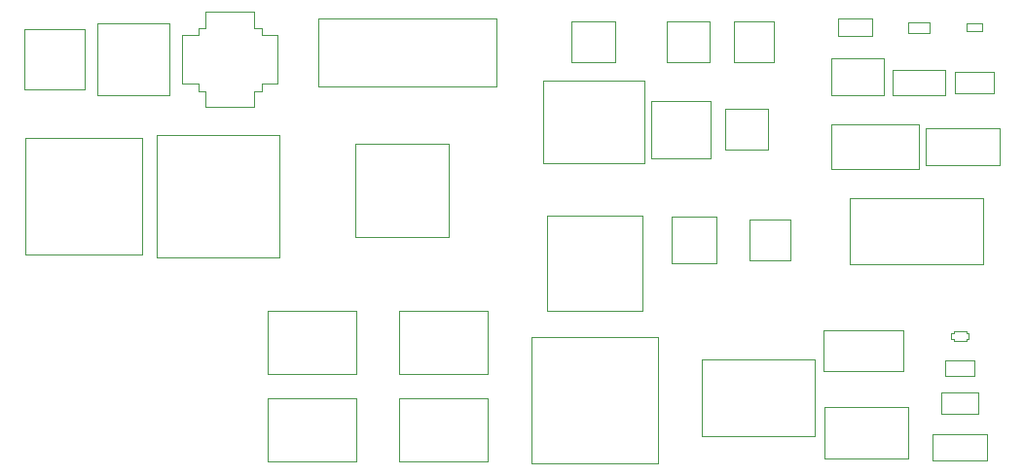
<source format=gbr>
%TF.GenerationSoftware,KiCad,Pcbnew,5.1.8-db9833491~88~ubuntu20.04.1*%
%TF.CreationDate,2020-12-22T00:38:32+08:00*%
%TF.ProjectId,Ingress_BioCard,496e6772-6573-4735-9f42-696f43617264,1.0*%
%TF.SameCoordinates,Original*%
%TF.FileFunction,Other,User*%
%FSLAX46Y46*%
G04 Gerber Fmt 4.6, Leading zero omitted, Abs format (unit mm)*
G04 Created by KiCad (PCBNEW 5.1.8-db9833491~88~ubuntu20.04.1) date 2020-12-22 00:38:32*
%MOMM*%
%LPD*%
G01*
G04 APERTURE LIST*
%ADD10C,0.050000*%
G04 APERTURE END LIST*
D10*
%TO.C,4020R*%
X137710000Y-102764000D02*
X137710000Y-108564000D01*
X137710000Y-108564000D02*
X149310000Y-108564000D01*
X149310000Y-108564000D02*
X149310000Y-102764000D01*
X149310000Y-102764000D02*
X137710000Y-102764000D01*
%TO.C,BGA64*%
X110070000Y-125896000D02*
X121070000Y-125896000D01*
X110070000Y-125896000D02*
X110070000Y-114896000D01*
X121070000Y-114896000D02*
X121070000Y-125896000D01*
X121070000Y-114896000D02*
X110070000Y-114896000D01*
%TO.C,BGA36*%
X122256000Y-108426000D02*
X126156000Y-108426000D01*
X126156000Y-108426000D02*
X126156000Y-104426000D01*
X126156000Y-104426000D02*
X122256000Y-104426000D01*
X122256000Y-104426000D02*
X122256000Y-108426000D01*
%TO.C,BGA25*%
X111450000Y-112578000D02*
X119690000Y-112578000D01*
X111450000Y-112578000D02*
X111450000Y-104338000D01*
X119690000Y-104338000D02*
X119690000Y-112578000D01*
X119690000Y-104338000D02*
X111450000Y-104338000D01*
%TO.C,BGA9*%
X132610000Y-108226000D02*
X132610000Y-104626000D01*
X132610000Y-108226000D02*
X129010000Y-108226000D01*
X129010000Y-104626000D02*
X132610000Y-104626000D01*
X129010000Y-104626000D02*
X129010000Y-108226000D01*
%TO.C,SMA Amphenol*%
X94746000Y-106168000D02*
X102866000Y-106168000D01*
X94746000Y-106168000D02*
X94746000Y-98048000D01*
X102866000Y-98048000D02*
X102866000Y-106168000D01*
X102866000Y-98048000D02*
X94746000Y-98048000D01*
%TO.C,2.4GHz Left*%
X91542000Y-87110000D02*
X107042000Y-87110000D01*
X107042000Y-87110000D02*
X107042000Y-93060000D01*
X107042000Y-93060000D02*
X91542000Y-93060000D01*
X91542000Y-93060000D02*
X91542000Y-87110000D01*
%TO.C,SOT89*%
X120513000Y-94274000D02*
X120513000Y-99274000D01*
X120513000Y-94274000D02*
X125613000Y-94274000D01*
X125613000Y-99274000D02*
X120513000Y-99274000D01*
X125613000Y-99274000D02*
X125613000Y-94274000D01*
%TO.C,SOT223*%
X111043000Y-99739000D02*
X111043000Y-92539000D01*
X111043000Y-92539000D02*
X119843000Y-92539000D01*
X119843000Y-92539000D02*
X119843000Y-99739000D01*
X119843000Y-99739000D02*
X111043000Y-99739000D01*
%TO.C,SOT238*%
X113543000Y-90954000D02*
X113543000Y-87354000D01*
X113543000Y-87354000D02*
X117343000Y-87354000D01*
X117343000Y-87354000D02*
X117343000Y-90954000D01*
X117343000Y-90954000D02*
X113543000Y-90954000D01*
%TO.C,SOT236*%
X121798000Y-90954000D02*
X121798000Y-87354000D01*
X121798000Y-87354000D02*
X125598000Y-87354000D01*
X125598000Y-87354000D02*
X125598000Y-90954000D01*
X125598000Y-90954000D02*
X121798000Y-90954000D01*
%TO.C,SOT235*%
X126878000Y-94974000D02*
X126878000Y-98574000D01*
X130678000Y-94974000D02*
X126878000Y-94974000D01*
X130678000Y-98574000D02*
X130678000Y-94974000D01*
X126878000Y-98574000D02*
X130678000Y-98574000D01*
%TO.C,SOT23*%
X127713000Y-87404000D02*
X127713000Y-90904000D01*
X131113000Y-87404000D02*
X127713000Y-87404000D01*
X131113000Y-90904000D02*
X131113000Y-87404000D01*
X127713000Y-90904000D02*
X131113000Y-90904000D01*
%TO.C,TSSOP24*%
X94782000Y-125686000D02*
X87082000Y-125686000D01*
X94782000Y-120186000D02*
X94782000Y-125686000D01*
X87082000Y-120186000D02*
X94782000Y-120186000D01*
X87082000Y-125686000D02*
X87082000Y-120186000D01*
%TO.C,TSSOP20*%
X106212000Y-125686000D02*
X98512000Y-125686000D01*
X106212000Y-120186000D02*
X106212000Y-125686000D01*
X98512000Y-120186000D02*
X106212000Y-120186000D01*
X98512000Y-125686000D02*
X98512000Y-120186000D01*
%TO.C,TSSOP16*%
X94782000Y-118066000D02*
X87082000Y-118066000D01*
X94782000Y-112566000D02*
X94782000Y-118066000D01*
X87082000Y-112566000D02*
X94782000Y-112566000D01*
X87082000Y-118066000D02*
X87082000Y-112566000D01*
%TO.C,TSSOP14*%
X106212000Y-118066000D02*
X98512000Y-118066000D01*
X106212000Y-112566000D02*
X106212000Y-118066000D01*
X98512000Y-112566000D02*
X106212000Y-112566000D01*
X98512000Y-118066000D02*
X98512000Y-112566000D01*
%TO.C,SOD123*%
X144970000Y-125610000D02*
X149670000Y-125610000D01*
X149670000Y-125610000D02*
X149670000Y-123310000D01*
X149670000Y-123310000D02*
X144970000Y-123310000D01*
X144970000Y-125610000D02*
X144970000Y-123310000D01*
%TO.C,SOD323*%
X145720000Y-121600000D02*
X148920000Y-121600000D01*
X148920000Y-121600000D02*
X148920000Y-119700000D01*
X145720000Y-119700000D02*
X148920000Y-119700000D01*
X145720000Y-121600000D02*
X145720000Y-119700000D01*
%TO.C,SOD523*%
X148570000Y-118302000D02*
X148570000Y-116902000D01*
X146070000Y-118302000D02*
X148570000Y-118302000D01*
X146070000Y-116902000D02*
X146070000Y-118302000D01*
X148570000Y-116902000D02*
X146070000Y-116902000D01*
%TO.C,SOD923*%
X147870000Y-114358000D02*
X146770000Y-114358000D01*
X146770000Y-114358000D02*
X146770000Y-114528000D01*
X146770000Y-115258000D02*
X147870000Y-115258000D01*
X147870000Y-115258000D02*
X147870000Y-115088000D01*
X147870000Y-115088000D02*
X148070000Y-115088000D01*
X148070000Y-115088000D02*
X148070000Y-114528000D01*
X148070000Y-114528000D02*
X147870000Y-114528000D01*
X147870000Y-114528000D02*
X147870000Y-114358000D01*
X146770000Y-115088000D02*
X146570000Y-115088000D01*
X146570000Y-115088000D02*
X146570000Y-114528000D01*
X146570000Y-114528000D02*
X146770000Y-114528000D01*
X146770000Y-115088000D02*
X146770000Y-115258000D01*
%TO.C,SMC*%
X124894000Y-123492000D02*
X134694000Y-123492000D01*
X134694000Y-123492000D02*
X134694000Y-116792000D01*
X134694000Y-116792000D02*
X124894000Y-116792000D01*
X124894000Y-116792000D02*
X124894000Y-123492000D01*
%TO.C,SMB*%
X135542000Y-125440000D02*
X142842000Y-125440000D01*
X142842000Y-125440000D02*
X142842000Y-120940000D01*
X142842000Y-120940000D02*
X135542000Y-120940000D01*
X135542000Y-120940000D02*
X135542000Y-125440000D01*
%TO.C,SMA*%
X135438000Y-117828000D02*
X142438000Y-117828000D01*
X142438000Y-117828000D02*
X142438000Y-114328000D01*
X142438000Y-114328000D02*
X135438000Y-114328000D01*
X135438000Y-114328000D02*
X135438000Y-117828000D01*
%TO.C,2010R*%
X144394000Y-96718000D02*
X144394000Y-99878000D01*
X144394000Y-99878000D02*
X150754000Y-99878000D01*
X150754000Y-99878000D02*
X150754000Y-96718000D01*
X150754000Y-96718000D02*
X144394000Y-96718000D01*
%TO.C,1210R*%
X136150000Y-90622000D02*
X136150000Y-93782000D01*
X136150000Y-93782000D02*
X140710000Y-93782000D01*
X140710000Y-93782000D02*
X140710000Y-90622000D01*
X140710000Y-90622000D02*
X136150000Y-90622000D01*
%TO.C,LQFP32*%
X83820000Y-94858000D02*
X81670000Y-94858000D01*
X81670000Y-94858000D02*
X81670000Y-93428000D01*
X81670000Y-93428000D02*
X81070000Y-93428000D01*
X81070000Y-93428000D02*
X81070000Y-92828000D01*
X81070000Y-92828000D02*
X79640000Y-92828000D01*
X79640000Y-92828000D02*
X79640000Y-90678000D01*
X83820000Y-94858000D02*
X85970000Y-94858000D01*
X85970000Y-94858000D02*
X85970000Y-93428000D01*
X85970000Y-93428000D02*
X86570000Y-93428000D01*
X86570000Y-93428000D02*
X86570000Y-92828000D01*
X86570000Y-92828000D02*
X88000000Y-92828000D01*
X88000000Y-92828000D02*
X88000000Y-90678000D01*
X83820000Y-86498000D02*
X81670000Y-86498000D01*
X81670000Y-86498000D02*
X81670000Y-87928000D01*
X81670000Y-87928000D02*
X81070000Y-87928000D01*
X81070000Y-87928000D02*
X81070000Y-88528000D01*
X81070000Y-88528000D02*
X79640000Y-88528000D01*
X79640000Y-88528000D02*
X79640000Y-90678000D01*
X83820000Y-86498000D02*
X85970000Y-86498000D01*
X85970000Y-86498000D02*
X85970000Y-87928000D01*
X85970000Y-87928000D02*
X86570000Y-87928000D01*
X86570000Y-87928000D02*
X86570000Y-88528000D01*
X86570000Y-88528000D02*
X88000000Y-88528000D01*
X88000000Y-88528000D02*
X88000000Y-90678000D01*
%TO.C,TQFP32*%
X77504000Y-107916000D02*
X77504000Y-97316000D01*
X88104000Y-107916000D02*
X88104000Y-97316000D01*
X77504000Y-107916000D02*
X88104000Y-107916000D01*
X77504000Y-97316000D02*
X88104000Y-97316000D01*
%TO.C,QFN40*%
X72338000Y-93778000D02*
X72338000Y-87578000D01*
X72338000Y-87578000D02*
X78538000Y-87578000D01*
X78538000Y-87578000D02*
X78538000Y-93778000D01*
X78538000Y-93778000D02*
X72338000Y-93778000D01*
%TO.C,QFN28*%
X65980000Y-93278000D02*
X65980000Y-88078000D01*
X65980000Y-88078000D02*
X71180000Y-88078000D01*
X71180000Y-88078000D02*
X71180000Y-93278000D01*
X71180000Y-93278000D02*
X65980000Y-93278000D01*
%TO.C,QFN64*%
X76220000Y-107716000D02*
X66020000Y-107716000D01*
X76220000Y-97516000D02*
X76220000Y-107716000D01*
X66020000Y-97516000D02*
X76220000Y-97516000D01*
X66020000Y-107716000D02*
X66020000Y-97516000D01*
%TO.C,2512*%
X143774000Y-96378000D02*
X136134000Y-96378000D01*
X143774000Y-100218000D02*
X143774000Y-96378000D01*
X136134000Y-100218000D02*
X143774000Y-100218000D01*
X136134000Y-96378000D02*
X136134000Y-100218000D01*
%TO.C,1206R*%
X146044000Y-91590000D02*
X141484000Y-91590000D01*
X146044000Y-93830000D02*
X146044000Y-91590000D01*
X141484000Y-93830000D02*
X146044000Y-93830000D01*
X141484000Y-91590000D02*
X141484000Y-93830000D01*
%TO.C,0603R*%
X139656000Y-87154000D02*
X136696000Y-87154000D01*
X139656000Y-88614000D02*
X139656000Y-87154000D01*
X136696000Y-88614000D02*
X139656000Y-88614000D01*
X136696000Y-87154000D02*
X136696000Y-88614000D01*
%TO.C,0805R*%
X150270000Y-91760000D02*
X146910000Y-91760000D01*
X150270000Y-93660000D02*
X150270000Y-91760000D01*
X146910000Y-93660000D02*
X150270000Y-93660000D01*
X146910000Y-91760000D02*
X146910000Y-93660000D01*
%TO.C,0201R*%
X149290000Y-87534000D02*
X147890000Y-87534000D01*
X149290000Y-88234000D02*
X149290000Y-87534000D01*
X147890000Y-88234000D02*
X149290000Y-88234000D01*
X147890000Y-87534000D02*
X147890000Y-88234000D01*
%TO.C,0402R*%
X144694000Y-87414000D02*
X142834000Y-87414000D01*
X144694000Y-88354000D02*
X144694000Y-87414000D01*
X142834000Y-88354000D02*
X144694000Y-88354000D01*
X142834000Y-87414000D02*
X142834000Y-88354000D01*
%TD*%
M02*

</source>
